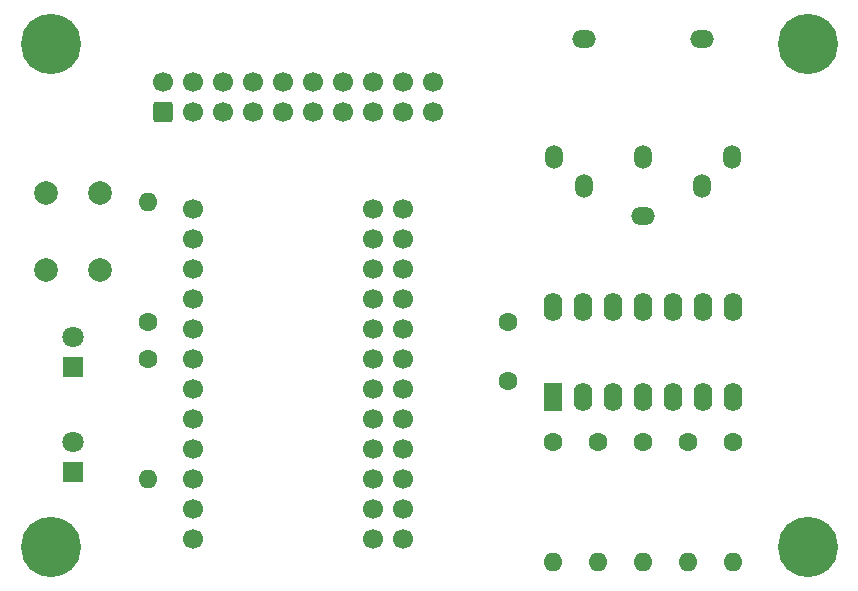
<source format=gbs>
G04 #@! TF.GenerationSoftware,KiCad,Pcbnew,(6.0.6)*
G04 #@! TF.CreationDate,2022-07-20T11:36:08+02:00*
G04 #@! TF.ProjectId,C64 XUM1541-II,43363420-5855-44d3-9135-34312d49492e,rev?*
G04 #@! TF.SameCoordinates,Original*
G04 #@! TF.FileFunction,Soldermask,Bot*
G04 #@! TF.FilePolarity,Negative*
%FSLAX46Y46*%
G04 Gerber Fmt 4.6, Leading zero omitted, Abs format (unit mm)*
G04 Created by KiCad (PCBNEW (6.0.6)) date 2022-07-20 11:36:08*
%MOMM*%
%LPD*%
G01*
G04 APERTURE LIST*
G04 Aperture macros list*
%AMRoundRect*
0 Rectangle with rounded corners*
0 $1 Rounding radius*
0 $2 $3 $4 $5 $6 $7 $8 $9 X,Y pos of 4 corners*
0 Add a 4 corners polygon primitive as box body*
4,1,4,$2,$3,$4,$5,$6,$7,$8,$9,$2,$3,0*
0 Add four circle primitives for the rounded corners*
1,1,$1+$1,$2,$3*
1,1,$1+$1,$4,$5*
1,1,$1+$1,$6,$7*
1,1,$1+$1,$8,$9*
0 Add four rect primitives between the rounded corners*
20,1,$1+$1,$2,$3,$4,$5,0*
20,1,$1+$1,$4,$5,$6,$7,0*
20,1,$1+$1,$6,$7,$8,$9,0*
20,1,$1+$1,$8,$9,$2,$3,0*%
G04 Aperture macros list end*
%ADD10C,1.600000*%
%ADD11O,1.600000X1.600000*%
%ADD12C,1.700000*%
%ADD13RoundRect,0.250000X0.600000X-0.600000X0.600000X0.600000X-0.600000X0.600000X-0.600000X-0.600000X0*%
%ADD14O,2.000000X1.524000*%
%ADD15O,1.524000X2.000000*%
%ADD16C,5.100000*%
%ADD17C,2.000000*%
%ADD18R,1.600000X2.400000*%
%ADD19O,1.600000X2.400000*%
%ADD20R,1.800000X1.800000*%
%ADD21C,1.800000*%
G04 APERTURE END LIST*
D10*
X111125000Y-84455000D03*
D11*
X111125000Y-94615000D03*
D12*
X112395000Y-60960000D03*
X114935000Y-60960000D03*
X117475000Y-60960000D03*
X120015000Y-60960000D03*
X122555000Y-60960000D03*
X125095000Y-60960000D03*
X127635000Y-60960000D03*
X130175000Y-60960000D03*
X132715000Y-60960000D03*
X135255000Y-63500000D03*
X130175000Y-63500000D03*
X125095000Y-63500000D03*
X120015000Y-63500000D03*
X114935000Y-63500000D03*
X135255000Y-60960000D03*
X132715000Y-63500000D03*
X127635000Y-63500000D03*
X122555000Y-63500000D03*
X117475000Y-63500000D03*
D13*
X112395000Y-63500000D03*
D14*
X153035000Y-72310000D03*
D15*
X153035000Y-67310000D03*
D14*
X148035000Y-57310000D03*
X158035000Y-57310000D03*
D15*
X145535000Y-67310000D03*
X160535000Y-67310000D03*
X148035000Y-69810000D03*
X158035000Y-69810000D03*
D12*
X130175000Y-71755000D03*
X130175000Y-74295000D03*
X130175000Y-76835000D03*
X130175000Y-79375000D03*
X130175000Y-81915000D03*
X130175000Y-84455000D03*
X130175000Y-86995000D03*
X130175000Y-89535000D03*
X130175000Y-92075000D03*
X130175000Y-94615000D03*
X130175000Y-97155000D03*
X130175000Y-99695000D03*
X132715000Y-97155000D03*
X132715000Y-94615000D03*
X132715000Y-92075000D03*
X132715000Y-89535000D03*
X132715000Y-86995000D03*
X132715000Y-84455000D03*
X132715000Y-81915000D03*
X132715000Y-79375000D03*
X132715000Y-76835000D03*
X132715000Y-74295000D03*
X132715000Y-71755000D03*
X114935000Y-71755000D03*
X114935000Y-74295000D03*
X114935000Y-76835000D03*
X114935000Y-79375000D03*
X114935000Y-81915000D03*
X114935000Y-84455000D03*
X114935000Y-86995000D03*
X114935000Y-89535000D03*
X114935000Y-92075000D03*
X114935000Y-94615000D03*
X114935000Y-97155000D03*
X114935000Y-99695000D03*
X132715000Y-99695000D03*
D10*
X141605000Y-81280000D03*
X141605000Y-86280000D03*
D16*
X102870000Y-100330000D03*
X167005000Y-100330000D03*
X167005000Y-57785000D03*
X102870000Y-57785000D03*
D10*
X111125000Y-81280000D03*
D11*
X111125000Y-71120000D03*
X156845000Y-101600000D03*
D10*
X156845000Y-91440000D03*
X145415000Y-91440000D03*
D11*
X145415000Y-101600000D03*
D10*
X160655000Y-91440000D03*
D11*
X160655000Y-101600000D03*
D10*
X153035000Y-91440000D03*
D11*
X153035000Y-101600000D03*
X149225000Y-101600000D03*
D10*
X149225000Y-91440000D03*
D17*
X107025000Y-76910000D03*
X102525000Y-76910000D03*
X107025000Y-70410000D03*
X102525000Y-70410000D03*
D18*
X145415000Y-87630000D03*
D19*
X160655000Y-80010000D03*
X147955000Y-87630000D03*
X158115000Y-80010000D03*
X150495000Y-87630000D03*
X155575000Y-80010000D03*
X153035000Y-87630000D03*
X153035000Y-80010000D03*
X155575000Y-87630000D03*
X150495000Y-80010000D03*
X158115000Y-87630000D03*
X147955000Y-80010000D03*
X160655000Y-87630000D03*
X145415000Y-80010000D03*
D20*
X104775000Y-85090000D03*
D21*
X104775000Y-82550000D03*
D20*
X104775000Y-93980000D03*
D21*
X104775000Y-91440000D03*
M02*

</source>
